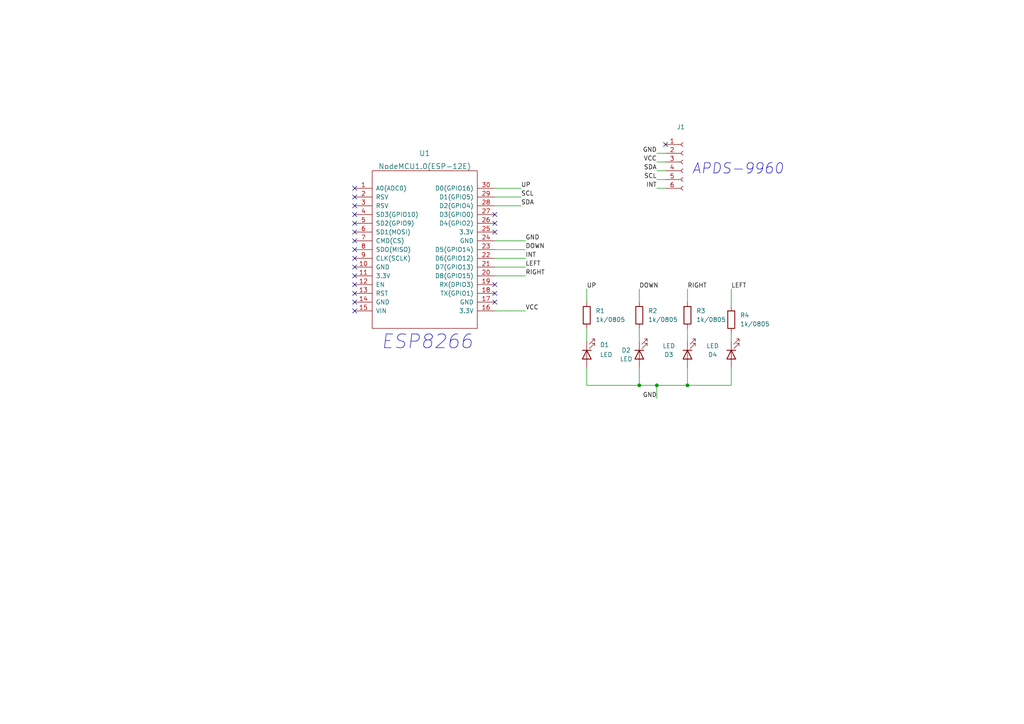
<source format=kicad_sch>
(kicad_sch (version 20211123) (generator eeschema)

  (uuid b911b825-7413-40a9-97b7-fdf6dbd0ee89)

  (paper "A4")

  (lib_symbols
    (symbol "Connector:Conn_01x06_Female" (pin_names (offset 1.016) hide) (in_bom yes) (on_board yes)
      (property "Reference" "J" (id 0) (at 0 7.62 0)
        (effects (font (size 1.27 1.27)))
      )
      (property "Value" "Conn_01x06_Female" (id 1) (at 0 -10.16 0)
        (effects (font (size 1.27 1.27)))
      )
      (property "Footprint" "" (id 2) (at 0 0 0)
        (effects (font (size 1.27 1.27)) hide)
      )
      (property "Datasheet" "~" (id 3) (at 0 0 0)
        (effects (font (size 1.27 1.27)) hide)
      )
      (property "ki_keywords" "connector" (id 4) (at 0 0 0)
        (effects (font (size 1.27 1.27)) hide)
      )
      (property "ki_description" "Generic connector, single row, 01x06, script generated (kicad-library-utils/schlib/autogen/connector/)" (id 5) (at 0 0 0)
        (effects (font (size 1.27 1.27)) hide)
      )
      (property "ki_fp_filters" "Connector*:*_1x??_*" (id 6) (at 0 0 0)
        (effects (font (size 1.27 1.27)) hide)
      )
      (symbol "Conn_01x06_Female_1_1"
        (arc (start 0 -7.112) (mid -0.508 -7.62) (end 0 -8.128)
          (stroke (width 0.1524) (type default) (color 0 0 0 0))
          (fill (type none))
        )
        (arc (start 0 -4.572) (mid -0.508 -5.08) (end 0 -5.588)
          (stroke (width 0.1524) (type default) (color 0 0 0 0))
          (fill (type none))
        )
        (arc (start 0 -2.032) (mid -0.508 -2.54) (end 0 -3.048)
          (stroke (width 0.1524) (type default) (color 0 0 0 0))
          (fill (type none))
        )
        (polyline
          (pts
            (xy -1.27 -7.62)
            (xy -0.508 -7.62)
          )
          (stroke (width 0.1524) (type default) (color 0 0 0 0))
          (fill (type none))
        )
        (polyline
          (pts
            (xy -1.27 -5.08)
            (xy -0.508 -5.08)
          )
          (stroke (width 0.1524) (type default) (color 0 0 0 0))
          (fill (type none))
        )
        (polyline
          (pts
            (xy -1.27 -2.54)
            (xy -0.508 -2.54)
          )
          (stroke (width 0.1524) (type default) (color 0 0 0 0))
          (fill (type none))
        )
        (polyline
          (pts
            (xy -1.27 0)
            (xy -0.508 0)
          )
          (stroke (width 0.1524) (type default) (color 0 0 0 0))
          (fill (type none))
        )
        (polyline
          (pts
            (xy -1.27 2.54)
            (xy -0.508 2.54)
          )
          (stroke (width 0.1524) (type default) (color 0 0 0 0))
          (fill (type none))
        )
        (polyline
          (pts
            (xy -1.27 5.08)
            (xy -0.508 5.08)
          )
          (stroke (width 0.1524) (type default) (color 0 0 0 0))
          (fill (type none))
        )
        (arc (start 0 0.508) (mid -0.508 0) (end 0 -0.508)
          (stroke (width 0.1524) (type default) (color 0 0 0 0))
          (fill (type none))
        )
        (arc (start 0 3.048) (mid -0.508 2.54) (end 0 2.032)
          (stroke (width 0.1524) (type default) (color 0 0 0 0))
          (fill (type none))
        )
        (arc (start 0 5.588) (mid -0.508 5.08) (end 0 4.572)
          (stroke (width 0.1524) (type default) (color 0 0 0 0))
          (fill (type none))
        )
        (pin passive line (at -5.08 5.08 0) (length 3.81)
          (name "Pin_1" (effects (font (size 1.27 1.27))))
          (number "1" (effects (font (size 1.27 1.27))))
        )
        (pin passive line (at -5.08 2.54 0) (length 3.81)
          (name "Pin_2" (effects (font (size 1.27 1.27))))
          (number "2" (effects (font (size 1.27 1.27))))
        )
        (pin passive line (at -5.08 0 0) (length 3.81)
          (name "Pin_3" (effects (font (size 1.27 1.27))))
          (number "3" (effects (font (size 1.27 1.27))))
        )
        (pin passive line (at -5.08 -2.54 0) (length 3.81)
          (name "Pin_4" (effects (font (size 1.27 1.27))))
          (number "4" (effects (font (size 1.27 1.27))))
        )
        (pin passive line (at -5.08 -5.08 0) (length 3.81)
          (name "Pin_5" (effects (font (size 1.27 1.27))))
          (number "5" (effects (font (size 1.27 1.27))))
        )
        (pin passive line (at -5.08 -7.62 0) (length 3.81)
          (name "Pin_6" (effects (font (size 1.27 1.27))))
          (number "6" (effects (font (size 1.27 1.27))))
        )
      )
    )
    (symbol "Device:LED" (pin_numbers hide) (pin_names (offset 1.016) hide) (in_bom yes) (on_board yes)
      (property "Reference" "D" (id 0) (at 0 2.54 0)
        (effects (font (size 1.27 1.27)))
      )
      (property "Value" "LED" (id 1) (at 0 -2.54 0)
        (effects (font (size 1.27 1.27)))
      )
      (property "Footprint" "" (id 2) (at 0 0 0)
        (effects (font (size 1.27 1.27)) hide)
      )
      (property "Datasheet" "~" (id 3) (at 0 0 0)
        (effects (font (size 1.27 1.27)) hide)
      )
      (property "ki_keywords" "LED diode" (id 4) (at 0 0 0)
        (effects (font (size 1.27 1.27)) hide)
      )
      (property "ki_description" "Light emitting diode" (id 5) (at 0 0 0)
        (effects (font (size 1.27 1.27)) hide)
      )
      (property "ki_fp_filters" "LED* LED_SMD:* LED_THT:*" (id 6) (at 0 0 0)
        (effects (font (size 1.27 1.27)) hide)
      )
      (symbol "LED_0_1"
        (polyline
          (pts
            (xy -1.27 -1.27)
            (xy -1.27 1.27)
          )
          (stroke (width 0.254) (type default) (color 0 0 0 0))
          (fill (type none))
        )
        (polyline
          (pts
            (xy -1.27 0)
            (xy 1.27 0)
          )
          (stroke (width 0) (type default) (color 0 0 0 0))
          (fill (type none))
        )
        (polyline
          (pts
            (xy 1.27 -1.27)
            (xy 1.27 1.27)
            (xy -1.27 0)
            (xy 1.27 -1.27)
          )
          (stroke (width 0.254) (type default) (color 0 0 0 0))
          (fill (type none))
        )
        (polyline
          (pts
            (xy -3.048 -0.762)
            (xy -4.572 -2.286)
            (xy -3.81 -2.286)
            (xy -4.572 -2.286)
            (xy -4.572 -1.524)
          )
          (stroke (width 0) (type default) (color 0 0 0 0))
          (fill (type none))
        )
        (polyline
          (pts
            (xy -1.778 -0.762)
            (xy -3.302 -2.286)
            (xy -2.54 -2.286)
            (xy -3.302 -2.286)
            (xy -3.302 -1.524)
          )
          (stroke (width 0) (type default) (color 0 0 0 0))
          (fill (type none))
        )
      )
      (symbol "LED_1_1"
        (pin passive line (at -3.81 0 0) (length 2.54)
          (name "K" (effects (font (size 1.27 1.27))))
          (number "1" (effects (font (size 1.27 1.27))))
        )
        (pin passive line (at 3.81 0 180) (length 2.54)
          (name "A" (effects (font (size 1.27 1.27))))
          (number "2" (effects (font (size 1.27 1.27))))
        )
      )
    )
    (symbol "Device:R" (pin_numbers hide) (pin_names (offset 0)) (in_bom yes) (on_board yes)
      (property "Reference" "R" (id 0) (at 2.032 0 90)
        (effects (font (size 1.27 1.27)))
      )
      (property "Value" "R" (id 1) (at 0 0 90)
        (effects (font (size 1.27 1.27)))
      )
      (property "Footprint" "" (id 2) (at -1.778 0 90)
        (effects (font (size 1.27 1.27)) hide)
      )
      (property "Datasheet" "~" (id 3) (at 0 0 0)
        (effects (font (size 1.27 1.27)) hide)
      )
      (property "ki_keywords" "R res resistor" (id 4) (at 0 0 0)
        (effects (font (size 1.27 1.27)) hide)
      )
      (property "ki_description" "Resistor" (id 5) (at 0 0 0)
        (effects (font (size 1.27 1.27)) hide)
      )
      (property "ki_fp_filters" "R_*" (id 6) (at 0 0 0)
        (effects (font (size 1.27 1.27)) hide)
      )
      (symbol "R_0_1"
        (rectangle (start -1.016 -2.54) (end 1.016 2.54)
          (stroke (width 0.254) (type default) (color 0 0 0 0))
          (fill (type none))
        )
      )
      (symbol "R_1_1"
        (pin passive line (at 0 3.81 270) (length 1.27)
          (name "~" (effects (font (size 1.27 1.27))))
          (number "1" (effects (font (size 1.27 1.27))))
        )
        (pin passive line (at 0 -3.81 90) (length 1.27)
          (name "~" (effects (font (size 1.27 1.27))))
          (number "2" (effects (font (size 1.27 1.27))))
        )
      )
    )
    (symbol "ESP8266:NodeMCU1.0(ESP-12E)" (pin_names (offset 1.016)) (in_bom yes) (on_board yes)
      (property "Reference" "U" (id 0) (at 0 21.59 0)
        (effects (font (size 1.524 1.524)))
      )
      (property "Value" "NodeMCU1.0(ESP-12E)" (id 1) (at 0 -21.59 0)
        (effects (font (size 1.524 1.524)))
      )
      (property "Footprint" "" (id 2) (at -15.24 -21.59 0)
        (effects (font (size 1.524 1.524)))
      )
      (property "Datasheet" "" (id 3) (at -15.24 -21.59 0)
        (effects (font (size 1.524 1.524)))
      )
      (symbol "NodeMCU1.0(ESP-12E)_0_1"
        (rectangle (start -15.24 -22.86) (end 15.24 22.86)
          (stroke (width 0) (type default) (color 0 0 0 0))
          (fill (type none))
        )
      )
      (symbol "NodeMCU1.0(ESP-12E)_1_1"
        (pin input line (at -20.32 17.78 0) (length 5.08)
          (name "A0(ADC0)" (effects (font (size 1.27 1.27))))
          (number "1" (effects (font (size 1.27 1.27))))
        )
        (pin input line (at -20.32 -5.08 0) (length 5.08)
          (name "GND" (effects (font (size 1.27 1.27))))
          (number "10" (effects (font (size 1.27 1.27))))
        )
        (pin input line (at -20.32 -7.62 0) (length 5.08)
          (name "3.3V" (effects (font (size 1.27 1.27))))
          (number "11" (effects (font (size 1.27 1.27))))
        )
        (pin input line (at -20.32 -10.16 0) (length 5.08)
          (name "EN" (effects (font (size 1.27 1.27))))
          (number "12" (effects (font (size 1.27 1.27))))
        )
        (pin input line (at -20.32 -12.7 0) (length 5.08)
          (name "RST" (effects (font (size 1.27 1.27))))
          (number "13" (effects (font (size 1.27 1.27))))
        )
        (pin input line (at -20.32 -15.24 0) (length 5.08)
          (name "GND" (effects (font (size 1.27 1.27))))
          (number "14" (effects (font (size 1.27 1.27))))
        )
        (pin input line (at -20.32 -17.78 0) (length 5.08)
          (name "VIN" (effects (font (size 1.27 1.27))))
          (number "15" (effects (font (size 1.27 1.27))))
        )
        (pin input line (at 20.32 -17.78 180) (length 5.08)
          (name "3.3V" (effects (font (size 1.27 1.27))))
          (number "16" (effects (font (size 1.27 1.27))))
        )
        (pin input line (at 20.32 -15.24 180) (length 5.08)
          (name "GND" (effects (font (size 1.27 1.27))))
          (number "17" (effects (font (size 1.27 1.27))))
        )
        (pin input line (at 20.32 -12.7 180) (length 5.08)
          (name "TX(GPIO1)" (effects (font (size 1.27 1.27))))
          (number "18" (effects (font (size 1.27 1.27))))
        )
        (pin input line (at 20.32 -10.16 180) (length 5.08)
          (name "RX(DPIO3)" (effects (font (size 1.27 1.27))))
          (number "19" (effects (font (size 1.27 1.27))))
        )
        (pin input line (at -20.32 15.24 0) (length 5.08)
          (name "RSV" (effects (font (size 1.27 1.27))))
          (number "2" (effects (font (size 1.27 1.27))))
        )
        (pin input line (at 20.32 -7.62 180) (length 5.08)
          (name "D8(GPIO15)" (effects (font (size 1.27 1.27))))
          (number "20" (effects (font (size 1.27 1.27))))
        )
        (pin input line (at 20.32 -5.08 180) (length 5.08)
          (name "D7(GPIO13)" (effects (font (size 1.27 1.27))))
          (number "21" (effects (font (size 1.27 1.27))))
        )
        (pin input line (at 20.32 -2.54 180) (length 5.08)
          (name "D6(GPIO12)" (effects (font (size 1.27 1.27))))
          (number "22" (effects (font (size 1.27 1.27))))
        )
        (pin input line (at 20.32 0 180) (length 5.08)
          (name "D5(GPIO14)" (effects (font (size 1.27 1.27))))
          (number "23" (effects (font (size 1.27 1.27))))
        )
        (pin input line (at 20.32 2.54 180) (length 5.08)
          (name "GND" (effects (font (size 1.27 1.27))))
          (number "24" (effects (font (size 1.27 1.27))))
        )
        (pin input line (at 20.32 5.08 180) (length 5.08)
          (name "3.3V" (effects (font (size 1.27 1.27))))
          (number "25" (effects (font (size 1.27 1.27))))
        )
        (pin input line (at 20.32 7.62 180) (length 5.08)
          (name "D4(GPIO2)" (effects (font (size 1.27 1.27))))
          (number "26" (effects (font (size 1.27 1.27))))
        )
        (pin input line (at 20.32 10.16 180) (length 5.08)
          (name "D3(GPIO0)" (effects (font (size 1.27 1.27))))
          (number "27" (effects (font (size 1.27 1.27))))
        )
        (pin input line (at 20.32 12.7 180) (length 5.08)
          (name "D2(GPIO4)" (effects (font (size 1.27 1.27))))
          (number "28" (effects (font (size 1.27 1.27))))
        )
        (pin input line (at 20.32 15.24 180) (length 5.08)
          (name "D1(GPIO5)" (effects (font (size 1.27 1.27))))
          (number "29" (effects (font (size 1.27 1.27))))
        )
        (pin input line (at -20.32 12.7 0) (length 5.08)
          (name "RSV" (effects (font (size 1.27 1.27))))
          (number "3" (effects (font (size 1.27 1.27))))
        )
        (pin input line (at 20.32 17.78 180) (length 5.08)
          (name "D0(GPIO16)" (effects (font (size 1.27 1.27))))
          (number "30" (effects (font (size 1.27 1.27))))
        )
        (pin input line (at -20.32 10.16 0) (length 5.08)
          (name "SD3(GPIO10)" (effects (font (size 1.27 1.27))))
          (number "4" (effects (font (size 1.27 1.27))))
        )
        (pin input line (at -20.32 7.62 0) (length 5.08)
          (name "SD2(GPIO9)" (effects (font (size 1.27 1.27))))
          (number "5" (effects (font (size 1.27 1.27))))
        )
        (pin input line (at -20.32 5.08 0) (length 5.08)
          (name "SD1(MOSI)" (effects (font (size 1.27 1.27))))
          (number "6" (effects (font (size 1.27 1.27))))
        )
        (pin input line (at -20.32 2.54 0) (length 5.08)
          (name "CMD(CS)" (effects (font (size 1.27 1.27))))
          (number "7" (effects (font (size 1.27 1.27))))
        )
        (pin input line (at -20.32 0 0) (length 5.08)
          (name "SDO(MISO)" (effects (font (size 1.27 1.27))))
          (number "8" (effects (font (size 1.27 1.27))))
        )
        (pin input line (at -20.32 -2.54 0) (length 5.08)
          (name "CLK(SCLK)" (effects (font (size 1.27 1.27))))
          (number "9" (effects (font (size 1.27 1.27))))
        )
      )
    )
  )

  (junction (at 185.42 111.76) (diameter 0) (color 0 0 0 0)
    (uuid 2a9f9983-a1c9-4982-a9cf-f8e6d0509fda)
  )
  (junction (at 199.39 111.76) (diameter 0) (color 0 0 0 0)
    (uuid 5af6cc93-a039-4748-a54f-5afda1ad2820)
  )
  (junction (at 190.5 111.76) (diameter 0) (color 0 0 0 0)
    (uuid 7bb49a40-132f-4c76-a706-56241c36c912)
  )

  (no_connect (at 102.87 54.61) (uuid 1651e533-af90-4ce6-9f78-334f874975c8))
  (no_connect (at 102.87 57.15) (uuid 1651e533-af90-4ce6-9f78-334f874975c8))
  (no_connect (at 102.87 59.69) (uuid 1651e533-af90-4ce6-9f78-334f874975c8))
  (no_connect (at 102.87 62.23) (uuid 1651e533-af90-4ce6-9f78-334f874975c8))
  (no_connect (at 102.87 64.77) (uuid 1651e533-af90-4ce6-9f78-334f874975c8))
  (no_connect (at 102.87 67.31) (uuid 1651e533-af90-4ce6-9f78-334f874975c8))
  (no_connect (at 102.87 69.85) (uuid 1651e533-af90-4ce6-9f78-334f874975c8))
  (no_connect (at 102.87 72.39) (uuid 1651e533-af90-4ce6-9f78-334f874975c8))
  (no_connect (at 102.87 74.93) (uuid 1651e533-af90-4ce6-9f78-334f874975c8))
  (no_connect (at 102.87 77.47) (uuid 1651e533-af90-4ce6-9f78-334f874975c8))
  (no_connect (at 102.87 80.01) (uuid 1651e533-af90-4ce6-9f78-334f874975c8))
  (no_connect (at 102.87 82.55) (uuid 1651e533-af90-4ce6-9f78-334f874975c8))
  (no_connect (at 102.87 85.09) (uuid 1651e533-af90-4ce6-9f78-334f874975c8))
  (no_connect (at 102.87 87.63) (uuid 1651e533-af90-4ce6-9f78-334f874975c8))
  (no_connect (at 102.87 90.17) (uuid 1651e533-af90-4ce6-9f78-334f874975c8))
  (no_connect (at 193.04 41.91) (uuid 2fb95fce-db19-48e5-83b8-86f713738352))
  (no_connect (at 143.51 82.55) (uuid 3819a58f-3f7c-4a61-be45-d514ce40b92c))
  (no_connect (at 143.51 87.63) (uuid 52bac2e6-1abc-466b-97ef-531e6fa3787c))
  (no_connect (at 143.51 85.09) (uuid 657b227b-bae4-41b1-9c45-4fe83d02bf2f))
  (no_connect (at 143.51 67.31) (uuid 996ba5cb-2f0c-4fe1-9458-a6cec937a112))
  (no_connect (at 143.51 64.77) (uuid 996ba5cb-2f0c-4fe1-9458-a6cec937a113))
  (no_connect (at 143.51 62.23) (uuid 996ba5cb-2f0c-4fe1-9458-a6cec937a114))

  (wire (pts (xy 190.5 49.53) (xy 193.04 49.53))
    (stroke (width 0) (type default) (color 0 0 0 0))
    (uuid 0134d8a1-0ea9-4136-bc83-200459a6b458)
  )
  (wire (pts (xy 143.51 69.85) (xy 152.4 69.85))
    (stroke (width 0) (type default) (color 0 0 0 0))
    (uuid 067eeb57-4a43-46ff-abd6-0aaea7e6473e)
  )
  (wire (pts (xy 143.51 80.01) (xy 152.4 80.01))
    (stroke (width 0) (type default) (color 0 0 0 0))
    (uuid 1fb73c93-17df-431b-bdef-32fc6bbfbc8a)
  )
  (wire (pts (xy 143.51 72.39) (xy 152.4 72.39))
    (stroke (width 0) (type default) (color 0 0 0 0))
    (uuid 2341f32d-8fbe-4ade-b172-f36c53c7876b)
  )
  (wire (pts (xy 190.5 115.57) (xy 190.5 111.76))
    (stroke (width 0) (type default) (color 0 0 0 0))
    (uuid 27ee1958-5aae-4461-9385-71d11909ffef)
  )
  (wire (pts (xy 143.51 59.69) (xy 151.13 59.69))
    (stroke (width 0) (type default) (color 0 0 0 0))
    (uuid 31e571d3-dbd0-4f92-817c-586118f58b24)
  )
  (wire (pts (xy 185.42 95.25) (xy 185.42 99.06))
    (stroke (width 0) (type default) (color 0 0 0 0))
    (uuid 31eb1737-3e7f-40dc-afbe-2207f9be4c12)
  )
  (wire (pts (xy 199.39 106.68) (xy 199.39 111.76))
    (stroke (width 0) (type default) (color 0 0 0 0))
    (uuid 37c4c422-839a-452f-85a4-98a7a984b0ba)
  )
  (wire (pts (xy 199.39 111.76) (xy 212.09 111.76))
    (stroke (width 0) (type default) (color 0 0 0 0))
    (uuid 3ae27a90-1f3b-4aee-a350-7d5901ca23d8)
  )
  (wire (pts (xy 185.42 111.76) (xy 190.5 111.76))
    (stroke (width 0) (type default) (color 0 0 0 0))
    (uuid 3e569add-e57b-4d4a-bd87-b38acb2e01ff)
  )
  (wire (pts (xy 170.18 95.25) (xy 170.18 99.06))
    (stroke (width 0) (type default) (color 0 0 0 0))
    (uuid 59e25ed4-726d-4875-9c62-907d6a995e74)
  )
  (wire (pts (xy 212.09 106.68) (xy 212.09 111.76))
    (stroke (width 0) (type default) (color 0 0 0 0))
    (uuid 6238586b-e2e2-4427-81e4-2c191eb9fc1b)
  )
  (wire (pts (xy 143.51 74.93) (xy 152.4 74.93))
    (stroke (width 0) (type default) (color 0 0 0 0))
    (uuid 6340eb43-d65f-4a34-80ff-773eed63cef6)
  )
  (wire (pts (xy 143.51 54.61) (xy 151.13 54.61))
    (stroke (width 0) (type default) (color 0 0 0 0))
    (uuid 65344d62-2baa-4f60-b891-5b1a50ecf3cc)
  )
  (wire (pts (xy 190.5 54.61) (xy 193.04 54.61))
    (stroke (width 0) (type default) (color 0 0 0 0))
    (uuid 66461bac-ba0f-4687-a9c4-2d3caa4ea7d5)
  )
  (wire (pts (xy 199.39 83.82) (xy 199.39 87.63))
    (stroke (width 0) (type default) (color 0 0 0 0))
    (uuid 6845fc45-435c-4a61-8d35-9cc513bd5604)
  )
  (wire (pts (xy 170.18 111.76) (xy 185.42 111.76))
    (stroke (width 0) (type default) (color 0 0 0 0))
    (uuid 68e1ce3b-b60c-4f68-84f0-3ee4bdfccc77)
  )
  (wire (pts (xy 170.18 83.82) (xy 170.18 87.63))
    (stroke (width 0) (type default) (color 0 0 0 0))
    (uuid 7bfee1db-245c-4554-945e-b84db3c66168)
  )
  (wire (pts (xy 185.42 106.68) (xy 185.42 111.76))
    (stroke (width 0) (type default) (color 0 0 0 0))
    (uuid 88803b83-d2fd-41a6-8d7c-3f706b69a3f1)
  )
  (wire (pts (xy 190.5 44.45) (xy 193.04 44.45))
    (stroke (width 0) (type default) (color 0 0 0 0))
    (uuid 94df9aee-0dc8-477e-b632-c71fdb32dd04)
  )
  (wire (pts (xy 185.42 83.82) (xy 185.42 87.63))
    (stroke (width 0) (type default) (color 0 0 0 0))
    (uuid 980c6929-9196-4fd8-b117-96e104d5c71f)
  )
  (wire (pts (xy 143.51 57.15) (xy 151.13 57.15))
    (stroke (width 0) (type default) (color 0 0 0 0))
    (uuid a63bc623-5162-4308-b938-fa893b806673)
  )
  (wire (pts (xy 212.09 83.82) (xy 212.09 88.9))
    (stroke (width 0) (type default) (color 0 0 0 0))
    (uuid badc5447-94d3-44de-ae67-e37d4843ef52)
  )
  (wire (pts (xy 170.18 106.68) (xy 170.18 111.76))
    (stroke (width 0) (type default) (color 0 0 0 0))
    (uuid bb299773-f743-49b0-afc2-71b192a9173a)
  )
  (wire (pts (xy 143.51 90.17) (xy 152.4 90.17))
    (stroke (width 0) (type default) (color 0 0 0 0))
    (uuid d319ff1d-4e19-4d4e-9894-32b972e7c0b8)
  )
  (wire (pts (xy 190.5 46.99) (xy 193.04 46.99))
    (stroke (width 0) (type default) (color 0 0 0 0))
    (uuid d404b3b4-4234-4dd8-b60c-1b311e5b2d2d)
  )
  (wire (pts (xy 199.39 95.25) (xy 199.39 99.06))
    (stroke (width 0) (type default) (color 0 0 0 0))
    (uuid d452aae9-8024-414b-9c1b-d140a6d42cc6)
  )
  (wire (pts (xy 212.09 96.52) (xy 212.09 99.06))
    (stroke (width 0) (type default) (color 0 0 0 0))
    (uuid d9e792ac-4287-4bea-bee0-2b9ebdf0b440)
  )
  (wire (pts (xy 190.5 111.76) (xy 199.39 111.76))
    (stroke (width 0) (type default) (color 0 0 0 0))
    (uuid e59590d7-5d9f-4bf3-875d-a104844eab24)
  )
  (wire (pts (xy 143.51 77.47) (xy 152.4 77.47))
    (stroke (width 0) (type default) (color 0 0 0 0))
    (uuid f2854741-58f2-4c25-9f3c-dee900e0f747)
  )
  (wire (pts (xy 190.5 52.07) (xy 193.04 52.07))
    (stroke (width 0) (type default) (color 0 0 0 0))
    (uuid f901af37-a868-47f0-a03d-9cc6e05d3d4c)
  )

  (text "ESP8266" (at 110.49 101.6 0)
    (effects (font (size 4 4) italic) (justify left bottom))
    (uuid 02752208-4d6f-4617-bf92-94cd68096808)
  )
  (text "APDS-9960" (at 200.66 50.8 0)
    (effects (font (size 3 3) italic) (justify left bottom))
    (uuid 672de788-396f-47f5-9932-4c4ca0d4461e)
  )

  (label "SCL" (at 151.13 57.15 0)
    (effects (font (size 1.27 1.27)) (justify left bottom))
    (uuid 0f32602c-877c-44f1-98b9-4f3a6fe930fa)
  )
  (label "INT" (at 190.5 54.61 180)
    (effects (font (size 1.27 1.27)) (justify right bottom))
    (uuid 2d17c299-314d-4343-941f-4c955dddd2f6)
  )
  (label "SDA" (at 151.13 59.69 0)
    (effects (font (size 1.27 1.27)) (justify left bottom))
    (uuid 39c3bd0f-c29e-4e68-8d2e-a05233a2a886)
  )
  (label "SDA" (at 190.5 49.53 180)
    (effects (font (size 1.27 1.27)) (justify right bottom))
    (uuid 4805067a-f155-4cde-9346-87fbfa468008)
  )
  (label "GND" (at 190.5 115.57 180)
    (effects (font (size 1.27 1.27)) (justify right bottom))
    (uuid 4ba9630c-bae3-4e10-bca3-ce6088557e3a)
  )
  (label "DOWN" (at 185.42 83.82 0)
    (effects (font (size 1.27 1.27)) (justify left bottom))
    (uuid 4e2d22fc-70a1-444d-bf25-5d5fd7968fca)
  )
  (label "LEFT" (at 152.4 77.47 0)
    (effects (font (size 1.27 1.27)) (justify left bottom))
    (uuid 53043332-2469-4f38-b54f-fb6829f486c3)
  )
  (label "VCC" (at 152.4 90.17 0)
    (effects (font (size 1.27 1.27)) (justify left bottom))
    (uuid 611c43db-52f8-4cde-8440-54deb2310643)
  )
  (label "RIGHT" (at 152.4 80.01 0)
    (effects (font (size 1.27 1.27)) (justify left bottom))
    (uuid 6d32a7f4-82c2-4d6c-9960-1df0d0a1ba1b)
  )
  (label "UP" (at 151.13 54.61 0)
    (effects (font (size 1.27 1.27)) (justify left bottom))
    (uuid 87da89b5-6ef9-4015-b0ad-1ec4e5424062)
  )
  (label "DOWN" (at 152.4 72.39 0)
    (effects (font (size 1.27 1.27)) (justify left bottom))
    (uuid 87e47975-ce78-496c-a70c-1d5689d96d88)
  )
  (label "VCC" (at 190.5 46.99 180)
    (effects (font (size 1.27 1.27)) (justify right bottom))
    (uuid 8f6a7077-0322-458f-9515-61fe2b711d0a)
  )
  (label "INT" (at 152.4 74.93 0)
    (effects (font (size 1.27 1.27)) (justify left bottom))
    (uuid a907c18a-0c7f-4781-840d-56af44123e04)
  )
  (label "GND" (at 152.4 69.85 0)
    (effects (font (size 1.27 1.27)) (justify left bottom))
    (uuid bce2d50a-81a4-4997-8470-19599b113e55)
  )
  (label "LEFT" (at 212.09 83.82 0)
    (effects (font (size 1.27 1.27)) (justify left bottom))
    (uuid beec1e11-c2a1-4a9f-b91e-bc841062f947)
  )
  (label "SCL" (at 190.5 52.07 180)
    (effects (font (size 1.27 1.27)) (justify right bottom))
    (uuid d0a25b2b-d0d2-4960-8555-80f962c4e4b4)
  )
  (label "RIGHT" (at 199.39 83.82 0)
    (effects (font (size 1.27 1.27)) (justify left bottom))
    (uuid d20ad102-bc13-45f7-be4d-46d4b606688b)
  )
  (label "GND" (at 190.5 44.45 180)
    (effects (font (size 1.27 1.27)) (justify right bottom))
    (uuid e2cc813a-3481-430a-9ae2-dce71b3f4512)
  )
  (label "UP" (at 170.18 83.82 0)
    (effects (font (size 1.27 1.27)) (justify left bottom))
    (uuid fa263f5e-8ea9-4a43-9e07-4d89b8420695)
  )

  (symbol (lib_id "Device:LED") (at 185.42 102.87 90) (mirror x) (unit 1)
    (in_bom yes) (on_board yes)
    (uuid 1df3e0dd-1939-42cc-9d71-9c2bd8d0825a)
    (property "Reference" "D2" (id 0) (at 181.61 101.6 90))
    (property "Value" "LED" (id 1) (at 181.61 104.14 90))
    (property "Footprint" "LED_SMD:LED_0805_2012Metric_Pad1.15x1.40mm_HandSolder" (id 2) (at 185.42 102.87 0)
      (effects (font (size 1.27 1.27)) hide)
    )
    (property "Datasheet" "~" (id 3) (at 185.42 102.87 0)
      (effects (font (size 1.27 1.27)) hide)
    )
    (pin "1" (uuid c8366c3f-8d13-4a5c-9700-41aaef2d3410))
    (pin "2" (uuid c00edeb3-31ea-485c-a2ac-e5d6c34f5dd6))
  )

  (symbol (lib_id "Device:LED") (at 212.09 102.87 90) (mirror x) (unit 1)
    (in_bom yes) (on_board yes)
    (uuid 231ea442-16db-4c97-be10-7d4c3d25aa9b)
    (property "Reference" "D4" (id 0) (at 206.6925 102.87 90))
    (property "Value" "LED" (id 1) (at 206.6925 100.33 90))
    (property "Footprint" "LED_SMD:LED_0805_2012Metric_Pad1.15x1.40mm_HandSolder" (id 2) (at 212.09 102.87 0)
      (effects (font (size 1.27 1.27)) hide)
    )
    (property "Datasheet" "~" (id 3) (at 212.09 102.87 0)
      (effects (font (size 1.27 1.27)) hide)
    )
    (pin "1" (uuid 93f5ef27-f6e0-4b22-9731-09d794588283))
    (pin "2" (uuid b65d8370-3756-490a-92dd-6cb5a922c862))
  )

  (symbol (lib_id "Device:R") (at 199.39 91.44 0) (unit 1)
    (in_bom yes) (on_board yes) (fields_autoplaced)
    (uuid 31fb30b2-ecc8-4d72-9ccf-1e6a1ef7d5f5)
    (property "Reference" "R3" (id 0) (at 201.93 90.1699 0)
      (effects (font (size 1.27 1.27)) (justify left))
    )
    (property "Value" "1k/0805" (id 1) (at 201.93 92.7099 0)
      (effects (font (size 1.27 1.27)) (justify left))
    )
    (property "Footprint" "Resistor_SMD:R_0805_2012Metric" (id 2) (at 197.612 91.44 90)
      (effects (font (size 1.27 1.27)) hide)
    )
    (property "Datasheet" "~" (id 3) (at 199.39 91.44 0)
      (effects (font (size 1.27 1.27)) hide)
    )
    (pin "1" (uuid c0c84a8c-e79b-4730-8cb9-3544c0e115bd))
    (pin "2" (uuid 2c4713de-fb87-4560-86f1-eca68a91ea03))
  )

  (symbol (lib_id "Device:R") (at 185.42 91.44 0) (unit 1)
    (in_bom yes) (on_board yes) (fields_autoplaced)
    (uuid 5305b01d-e6e9-4e73-a086-587de82e0d5b)
    (property "Reference" "R2" (id 0) (at 187.96 90.1699 0)
      (effects (font (size 1.27 1.27)) (justify left))
    )
    (property "Value" "1k/0805" (id 1) (at 187.96 92.7099 0)
      (effects (font (size 1.27 1.27)) (justify left))
    )
    (property "Footprint" "Resistor_SMD:R_0805_2012Metric" (id 2) (at 183.642 91.44 90)
      (effects (font (size 1.27 1.27)) hide)
    )
    (property "Datasheet" "~" (id 3) (at 185.42 91.44 0)
      (effects (font (size 1.27 1.27)) hide)
    )
    (pin "1" (uuid 938f1b4c-2660-4666-8503-668fd0514def))
    (pin "2" (uuid 63de3961-4645-4542-ab0f-dd30d56de585))
  )

  (symbol (lib_id "ESP8266:NodeMCU1.0(ESP-12E)") (at 123.19 72.39 0) (unit 1)
    (in_bom yes) (on_board yes) (fields_autoplaced)
    (uuid 542d6880-de7e-47a5-aa1d-71cae214e5f3)
    (property "Reference" "U1" (id 0) (at 123.19 44.45 0)
      (effects (font (size 1.524 1.524)))
    )
    (property "Value" "NodeMCU1.0(ESP-12E)" (id 1) (at 123.19 48.26 0)
      (effects (font (size 1.524 1.524)))
    )
    (property "Footprint" "ESP8266:NodeMCU-LoLinV3" (id 2) (at 107.95 93.98 0)
      (effects (font (size 1.524 1.524)) hide)
    )
    (property "Datasheet" "" (id 3) (at 107.95 93.98 0)
      (effects (font (size 1.524 1.524)) hide)
    )
    (pin "1" (uuid d8778021-9b1d-4589-9edf-253aefbb64cf))
    (pin "10" (uuid 2e812ef3-6390-4c3d-9c59-74233437844c))
    (pin "11" (uuid 9452b70f-8104-4fd2-9887-c4aa4b3a9d7d))
    (pin "12" (uuid 32aeee67-d689-45ed-9a0f-caf955177748))
    (pin "13" (uuid 093dbabd-9632-4a92-9b81-59b2a4544ed8))
    (pin "14" (uuid 37fd25b6-2734-4fbc-ab0f-fd6562f51e2e))
    (pin "15" (uuid 72261599-6111-406c-b7a5-634ff49e25a4))
    (pin "16" (uuid 2f54d90f-1814-4bbd-aee7-092f91ec00cb))
    (pin "17" (uuid a19de507-a9f9-4769-9e9a-b8c3e7b24dd8))
    (pin "18" (uuid 68e42de8-0973-474a-a333-61e0e8aebbd0))
    (pin "19" (uuid cafaf99b-751c-4a88-ba13-0447d3bf4b57))
    (pin "2" (uuid db2b4566-8979-47ca-a687-9dc3f9bed62b))
    (pin "20" (uuid e9801c9a-752c-470a-ad54-2b817022b09d))
    (pin "21" (uuid 5a85247b-b75e-406c-91ad-5643cfa7d8ea))
    (pin "22" (uuid c5fe4bd6-c7ea-4e19-ac59-3abd253481e4))
    (pin "23" (uuid 6bd145cd-215b-4c07-a093-56f256e738cf))
    (pin "24" (uuid 666f9c52-e391-4a1b-af90-64d8581ca41b))
    (pin "25" (uuid 6ec15919-29a4-450b-9be9-d45db38fd03e))
    (pin "26" (uuid 1245801a-28b7-4ce3-854e-58816084fe34))
    (pin "27" (uuid 6876cd75-6ad1-4b1e-ad5d-f19c7ad9bb6e))
    (pin "28" (uuid d655ced5-d263-47ec-b247-914e818ccad4))
    (pin "29" (uuid a42d4a05-c729-49ac-91f7-e5e7bcfefb76))
    (pin "3" (uuid 39548e36-cbf8-49d7-b03a-6c906ac71888))
    (pin "30" (uuid 1b930f10-22e8-49d4-a12e-d47b6e9b7777))
    (pin "4" (uuid 853f431e-9123-4102-9514-db84ca1ad8b5))
    (pin "5" (uuid 08e6572f-cf87-48d3-832b-44e8f74339bb))
    (pin "6" (uuid c0fa9bc2-85a0-4644-93ed-86b3b04992ff))
    (pin "7" (uuid 4aa1d0ec-2339-459e-a06a-098dade6b54a))
    (pin "8" (uuid b3bb7d16-113b-43a9-a1d7-7f3c96d8c24b))
    (pin "9" (uuid 2d70b2fe-f3ed-4084-a52e-a45ac691df15))
  )

  (symbol (lib_id "Device:LED") (at 170.18 102.87 90) (mirror x) (unit 1)
    (in_bom yes) (on_board yes)
    (uuid 7e0923bf-9cea-4c99-a17a-30c14e9723e8)
    (property "Reference" "D1" (id 0) (at 173.99 100.0124 90)
      (effects (font (size 1.27 1.27)) (justify right))
    )
    (property "Value" "LED" (id 1) (at 173.99 102.87 90)
      (effects (font (size 1.27 1.27)) (justify right))
    )
    (property "Footprint" "LED_SMD:LED_0805_2012Metric_Pad1.15x1.40mm_HandSolder" (id 2) (at 170.18 102.87 0)
      (effects (font (size 1.27 1.27)) hide)
    )
    (property "Datasheet" "~" (id 3) (at 170.18 102.87 0)
      (effects (font (size 1.27 1.27)) hide)
    )
    (pin "1" (uuid 7bfd3f8f-47ca-416d-b203-cc9500363c68))
    (pin "2" (uuid 822abf64-75dc-46e8-9c30-8430c8439d7a))
  )

  (symbol (lib_id "Device:R") (at 212.09 92.71 0) (unit 1)
    (in_bom yes) (on_board yes) (fields_autoplaced)
    (uuid 8041ddcb-b7d2-4d79-937e-f73786aab26f)
    (property "Reference" "R4" (id 0) (at 214.63 91.4399 0)
      (effects (font (size 1.27 1.27)) (justify left))
    )
    (property "Value" "1k/0805" (id 1) (at 214.63 93.9799 0)
      (effects (font (size 1.27 1.27)) (justify left))
    )
    (property "Footprint" "Resistor_SMD:R_0805_2012Metric" (id 2) (at 210.312 92.71 90)
      (effects (font (size 1.27 1.27)) hide)
    )
    (property "Datasheet" "~" (id 3) (at 212.09 92.71 0)
      (effects (font (size 1.27 1.27)) hide)
    )
    (pin "1" (uuid 52b0bb03-c70d-4243-b985-56f0da1b6fac))
    (pin "2" (uuid 03c3bd1a-cfb5-47b2-b12e-e0b0183618be))
  )

  (symbol (lib_id "Connector:Conn_01x06_Female") (at 198.12 46.99 0) (unit 1)
    (in_bom yes) (on_board yes) (fields_autoplaced)
    (uuid c82fff7d-15da-4c4a-aca6-a2bed4e501ba)
    (property "Reference" "J1" (id 0) (at 197.485 36.83 0))
    (property "Value" "Conn_01x06_Female" (id 1) (at 197.485 39.37 0)
      (effects (font (size 1.27 1.27)) hide)
    )
    (property "Footprint" "Connector_PinSocket_2.54mm:PinSocket_1x06_P2.54mm_Vertical" (id 2) (at 198.12 46.99 0)
      (effects (font (size 1.27 1.27)) hide)
    )
    (property "Datasheet" "~" (id 3) (at 198.12 46.99 0)
      (effects (font (size 1.27 1.27)) hide)
    )
    (pin "1" (uuid a0272ca2-5ab5-4d80-810f-2a654204c6bb))
    (pin "2" (uuid 99e42ced-dfb7-48f4-b7c5-81aba3755025))
    (pin "3" (uuid 8d2982a8-f324-4e76-995f-7c9ee182ebff))
    (pin "4" (uuid 79fedec9-cbe7-44be-a7a2-0eafada25e89))
    (pin "5" (uuid 2642725e-054b-4ec4-bda2-0d900c21579b))
    (pin "6" (uuid e96ff1a4-c054-44cf-8c4e-45b5eec62fd7))
  )

  (symbol (lib_id "Device:R") (at 170.18 91.44 0) (unit 1)
    (in_bom yes) (on_board yes) (fields_autoplaced)
    (uuid dd87c0b7-fdd8-44a3-b469-417e81c15d9d)
    (property "Reference" "R1" (id 0) (at 172.72 90.1699 0)
      (effects (font (size 1.27 1.27)) (justify left))
    )
    (property "Value" "1k/0805" (id 1) (at 172.72 92.7099 0)
      (effects (font (size 1.27 1.27)) (justify left))
    )
    (property "Footprint" "Resistor_SMD:R_0805_2012Metric" (id 2) (at 168.402 91.44 90)
      (effects (font (size 1.27 1.27)) hide)
    )
    (property "Datasheet" "~" (id 3) (at 170.18 91.44 0)
      (effects (font (size 1.27 1.27)) hide)
    )
    (pin "1" (uuid d194a018-3e5a-4e42-8ece-f177bb8b45d5))
    (pin "2" (uuid 7bca7061-6bc0-404d-b4ff-b0c5366a9fd2))
  )

  (symbol (lib_id "Device:LED") (at 199.39 102.87 90) (mirror x) (unit 1)
    (in_bom yes) (on_board yes)
    (uuid f9d8303b-ab09-4841-9ca9-328dbc6d261d)
    (property "Reference" "D3" (id 0) (at 193.9925 102.87 90))
    (property "Value" "LED" (id 1) (at 193.9925 100.33 90))
    (property "Footprint" "LED_SMD:LED_0805_2012Metric_Pad1.15x1.40mm_HandSolder" (id 2) (at 199.39 102.87 0)
      (effects (font (size 1.27 1.27)) hide)
    )
    (property "Datasheet" "~" (id 3) (at 199.39 102.87 0)
      (effects (font (size 1.27 1.27)) hide)
    )
    (pin "1" (uuid 979d0f44-5c1c-4416-b65f-0f264434c6ee))
    (pin "2" (uuid 9665f420-90bd-4d84-9201-0a06d78daa9c))
  )

  (sheet_instances
    (path "/" (page "1"))
  )

  (symbol_instances
    (path "/7e0923bf-9cea-4c99-a17a-30c14e9723e8"
      (reference "D1") (unit 1) (value "LED") (footprint "LED_SMD:LED_0805_2012Metric_Pad1.15x1.40mm_HandSolder")
    )
    (path "/1df3e0dd-1939-42cc-9d71-9c2bd8d0825a"
      (reference "D2") (unit 1) (value "LED") (footprint "LED_SMD:LED_0805_2012Metric_Pad1.15x1.40mm_HandSolder")
    )
    (path "/f9d8303b-ab09-4841-9ca9-328dbc6d261d"
      (reference "D3") (unit 1) (value "LED") (footprint "LED_SMD:LED_0805_2012Metric_Pad1.15x1.40mm_HandSolder")
    )
    (path "/231ea442-16db-4c97-be10-7d4c3d25aa9b"
      (reference "D4") (unit 1) (value "LED") (footprint "LED_SMD:LED_0805_2012Metric_Pad1.15x1.40mm_HandSolder")
    )
    (path "/c82fff7d-15da-4c4a-aca6-a2bed4e501ba"
      (reference "J1") (unit 1) (value "Conn_01x06_Female") (footprint "Connector_PinSocket_2.54mm:PinSocket_1x06_P2.54mm_Vertical")
    )
    (path "/dd87c0b7-fdd8-44a3-b469-417e81c15d9d"
      (reference "R1") (unit 1) (value "1k/0805") (footprint "Resistor_SMD:R_0805_2012Metric")
    )
    (path "/5305b01d-e6e9-4e73-a086-587de82e0d5b"
      (reference "R2") (unit 1) (value "1k/0805") (footprint "Resistor_SMD:R_0805_2012Metric")
    )
    (path "/31fb30b2-ecc8-4d72-9ccf-1e6a1ef7d5f5"
      (reference "R3") (unit 1) (value "1k/0805") (footprint "Resistor_SMD:R_0805_2012Metric")
    )
    (path "/8041ddcb-b7d2-4d79-937e-f73786aab26f"
      (reference "R4") (unit 1) (value "1k/0805") (footprint "Resistor_SMD:R_0805_2012Metric")
    )
    (path "/542d6880-de7e-47a5-aa1d-71cae214e5f3"
      (reference "U1") (unit 1) (value "NodeMCU1.0(ESP-12E)") (footprint "ESP8266:NodeMCU-LoLinV3")
    )
  )
)

</source>
